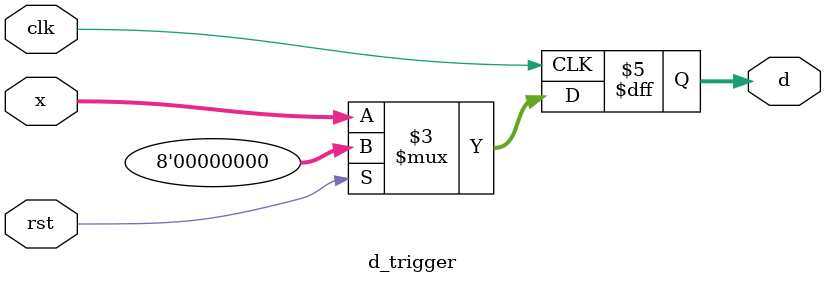
<source format=v>
`timescale 1ns / 1ps


module d_trigger (
    input [7:0] x,
    input clk,
    input rst,
    output reg [7:0] d 
);
always@(posedge clk)begin
    if(rst) d <= 0;
    else d <= x;
end
endmodule
</source>
